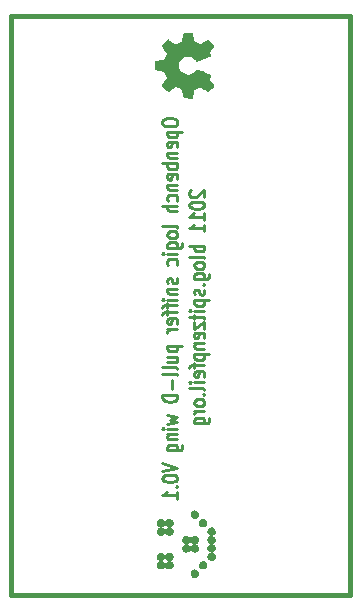
<source format=gbo>
G04 (created by PCBNEW (2013-01-23 BZR 3920)-testing) date Thu 24 Jan 2013 01:11:53 AM CET*
%MOIN*%
G04 Gerber Fmt 3.4, Leading zero omitted, Abs format*
%FSLAX34Y34*%
G01*
G70*
G90*
G04 APERTURE LIST*
%ADD10C,2.3622e-06*%
%ADD11C,0.015*%
%ADD12C,0.01*%
%ADD13C,0.0001*%
%ADD14O,0.08X0.05*%
%ADD15R,0.06X0.06*%
%ADD16C,0.06*%
G04 APERTURE END LIST*
G54D10*
G54D11*
X64950Y-33050D02*
X64950Y-13750D01*
X76250Y-33050D02*
X76250Y-13750D01*
X64950Y-33050D02*
X76250Y-33050D01*
X64950Y-13750D02*
X76250Y-13750D01*
G54D12*
X70002Y-17252D02*
X70002Y-17328D01*
X70026Y-17366D01*
X70073Y-17404D01*
X70169Y-17423D01*
X70335Y-17423D01*
X70430Y-17404D01*
X70478Y-17366D01*
X70502Y-17328D01*
X70502Y-17252D01*
X70478Y-17214D01*
X70430Y-17176D01*
X70335Y-17157D01*
X70169Y-17157D01*
X70073Y-17176D01*
X70026Y-17214D01*
X70002Y-17252D01*
X70169Y-17595D02*
X70669Y-17595D01*
X70192Y-17595D02*
X70169Y-17633D01*
X70169Y-17709D01*
X70192Y-17747D01*
X70216Y-17766D01*
X70264Y-17785D01*
X70407Y-17785D01*
X70454Y-17766D01*
X70478Y-17747D01*
X70502Y-17709D01*
X70502Y-17633D01*
X70478Y-17595D01*
X70478Y-18109D02*
X70502Y-18071D01*
X70502Y-17995D01*
X70478Y-17957D01*
X70430Y-17938D01*
X70240Y-17938D01*
X70192Y-17957D01*
X70169Y-17995D01*
X70169Y-18071D01*
X70192Y-18109D01*
X70240Y-18128D01*
X70288Y-18128D01*
X70335Y-17938D01*
X70169Y-18300D02*
X70502Y-18300D01*
X70216Y-18300D02*
X70192Y-18319D01*
X70169Y-18357D01*
X70169Y-18414D01*
X70192Y-18452D01*
X70240Y-18471D01*
X70502Y-18471D01*
X70502Y-18661D02*
X70002Y-18661D01*
X70192Y-18661D02*
X70169Y-18700D01*
X70169Y-18776D01*
X70192Y-18814D01*
X70216Y-18833D01*
X70264Y-18852D01*
X70407Y-18852D01*
X70454Y-18833D01*
X70478Y-18814D01*
X70502Y-18776D01*
X70502Y-18700D01*
X70478Y-18661D01*
X70478Y-19176D02*
X70502Y-19138D01*
X70502Y-19061D01*
X70478Y-19023D01*
X70430Y-19004D01*
X70240Y-19004D01*
X70192Y-19023D01*
X70169Y-19061D01*
X70169Y-19138D01*
X70192Y-19176D01*
X70240Y-19195D01*
X70288Y-19195D01*
X70335Y-19004D01*
X70169Y-19366D02*
X70502Y-19366D01*
X70216Y-19366D02*
X70192Y-19385D01*
X70169Y-19423D01*
X70169Y-19480D01*
X70192Y-19519D01*
X70240Y-19538D01*
X70502Y-19538D01*
X70478Y-19900D02*
X70502Y-19861D01*
X70502Y-19785D01*
X70478Y-19747D01*
X70454Y-19728D01*
X70407Y-19709D01*
X70264Y-19709D01*
X70216Y-19728D01*
X70192Y-19747D01*
X70169Y-19785D01*
X70169Y-19861D01*
X70192Y-19900D01*
X70502Y-20071D02*
X70002Y-20071D01*
X70502Y-20242D02*
X70240Y-20242D01*
X70192Y-20223D01*
X70169Y-20185D01*
X70169Y-20128D01*
X70192Y-20090D01*
X70216Y-20071D01*
X70502Y-20795D02*
X70478Y-20757D01*
X70430Y-20738D01*
X70002Y-20738D01*
X70502Y-21004D02*
X70478Y-20966D01*
X70454Y-20947D01*
X70407Y-20928D01*
X70264Y-20928D01*
X70216Y-20947D01*
X70192Y-20966D01*
X70169Y-21004D01*
X70169Y-21061D01*
X70192Y-21100D01*
X70216Y-21119D01*
X70264Y-21138D01*
X70407Y-21138D01*
X70454Y-21119D01*
X70478Y-21100D01*
X70502Y-21061D01*
X70502Y-21004D01*
X70169Y-21480D02*
X70573Y-21480D01*
X70621Y-21461D01*
X70645Y-21442D01*
X70669Y-21404D01*
X70669Y-21347D01*
X70645Y-21309D01*
X70478Y-21480D02*
X70502Y-21442D01*
X70502Y-21366D01*
X70478Y-21328D01*
X70454Y-21309D01*
X70407Y-21290D01*
X70264Y-21290D01*
X70216Y-21309D01*
X70192Y-21328D01*
X70169Y-21366D01*
X70169Y-21442D01*
X70192Y-21480D01*
X70502Y-21671D02*
X70169Y-21671D01*
X70002Y-21671D02*
X70026Y-21652D01*
X70050Y-21671D01*
X70026Y-21690D01*
X70002Y-21671D01*
X70050Y-21671D01*
X70478Y-22033D02*
X70502Y-21995D01*
X70502Y-21919D01*
X70478Y-21880D01*
X70454Y-21861D01*
X70407Y-21842D01*
X70264Y-21842D01*
X70216Y-21861D01*
X70192Y-21880D01*
X70169Y-21919D01*
X70169Y-21995D01*
X70192Y-22033D01*
X70478Y-22490D02*
X70502Y-22528D01*
X70502Y-22604D01*
X70478Y-22642D01*
X70430Y-22661D01*
X70407Y-22661D01*
X70359Y-22642D01*
X70335Y-22604D01*
X70335Y-22547D01*
X70311Y-22509D01*
X70264Y-22490D01*
X70240Y-22490D01*
X70192Y-22509D01*
X70169Y-22547D01*
X70169Y-22604D01*
X70192Y-22642D01*
X70169Y-22833D02*
X70502Y-22833D01*
X70216Y-22833D02*
X70192Y-22852D01*
X70169Y-22890D01*
X70169Y-22947D01*
X70192Y-22985D01*
X70240Y-23004D01*
X70502Y-23004D01*
X70502Y-23195D02*
X70169Y-23195D01*
X70002Y-23195D02*
X70026Y-23176D01*
X70050Y-23195D01*
X70026Y-23214D01*
X70002Y-23195D01*
X70050Y-23195D01*
X70169Y-23328D02*
X70169Y-23480D01*
X70502Y-23385D02*
X70073Y-23385D01*
X70026Y-23404D01*
X70002Y-23442D01*
X70002Y-23480D01*
X70169Y-23557D02*
X70169Y-23709D01*
X70502Y-23614D02*
X70073Y-23614D01*
X70026Y-23633D01*
X70002Y-23671D01*
X70002Y-23709D01*
X70478Y-23995D02*
X70502Y-23957D01*
X70502Y-23880D01*
X70478Y-23842D01*
X70430Y-23823D01*
X70240Y-23823D01*
X70192Y-23842D01*
X70169Y-23880D01*
X70169Y-23957D01*
X70192Y-23995D01*
X70240Y-24014D01*
X70288Y-24014D01*
X70335Y-23823D01*
X70502Y-24185D02*
X70169Y-24185D01*
X70264Y-24185D02*
X70216Y-24204D01*
X70192Y-24223D01*
X70169Y-24261D01*
X70169Y-24299D01*
X70169Y-24738D02*
X70669Y-24738D01*
X70192Y-24738D02*
X70169Y-24776D01*
X70169Y-24852D01*
X70192Y-24890D01*
X70216Y-24909D01*
X70264Y-24928D01*
X70407Y-24928D01*
X70454Y-24909D01*
X70478Y-24890D01*
X70502Y-24852D01*
X70502Y-24776D01*
X70478Y-24738D01*
X70169Y-25271D02*
X70502Y-25271D01*
X70169Y-25099D02*
X70430Y-25099D01*
X70478Y-25119D01*
X70502Y-25157D01*
X70502Y-25214D01*
X70478Y-25252D01*
X70454Y-25271D01*
X70502Y-25519D02*
X70478Y-25480D01*
X70430Y-25461D01*
X70002Y-25461D01*
X70502Y-25728D02*
X70478Y-25690D01*
X70430Y-25671D01*
X70002Y-25671D01*
X70311Y-25880D02*
X70311Y-26185D01*
X70502Y-26376D02*
X70002Y-26376D01*
X70002Y-26471D01*
X70026Y-26528D01*
X70073Y-26566D01*
X70121Y-26585D01*
X70216Y-26604D01*
X70288Y-26604D01*
X70383Y-26585D01*
X70430Y-26566D01*
X70478Y-26528D01*
X70502Y-26471D01*
X70502Y-26376D01*
X70169Y-27042D02*
X70502Y-27119D01*
X70264Y-27195D01*
X70502Y-27271D01*
X70169Y-27347D01*
X70502Y-27499D02*
X70169Y-27499D01*
X70002Y-27499D02*
X70026Y-27480D01*
X70050Y-27499D01*
X70026Y-27519D01*
X70002Y-27499D01*
X70050Y-27499D01*
X70169Y-27690D02*
X70502Y-27690D01*
X70216Y-27690D02*
X70192Y-27709D01*
X70169Y-27747D01*
X70169Y-27804D01*
X70192Y-27842D01*
X70240Y-27861D01*
X70502Y-27861D01*
X70169Y-28223D02*
X70573Y-28223D01*
X70621Y-28204D01*
X70645Y-28185D01*
X70669Y-28147D01*
X70669Y-28090D01*
X70645Y-28052D01*
X70478Y-28223D02*
X70502Y-28185D01*
X70502Y-28109D01*
X70478Y-28071D01*
X70454Y-28052D01*
X70407Y-28033D01*
X70264Y-28033D01*
X70216Y-28052D01*
X70192Y-28071D01*
X70169Y-28109D01*
X70169Y-28185D01*
X70192Y-28223D01*
X70002Y-28661D02*
X70502Y-28795D01*
X70002Y-28928D01*
X70002Y-29138D02*
X70002Y-29176D01*
X70026Y-29214D01*
X70050Y-29233D01*
X70097Y-29252D01*
X70192Y-29271D01*
X70311Y-29271D01*
X70407Y-29252D01*
X70454Y-29233D01*
X70478Y-29214D01*
X70502Y-29176D01*
X70502Y-29138D01*
X70478Y-29099D01*
X70454Y-29080D01*
X70407Y-29061D01*
X70311Y-29042D01*
X70192Y-29042D01*
X70097Y-29061D01*
X70050Y-29080D01*
X70026Y-29099D01*
X70002Y-29138D01*
X70454Y-29442D02*
X70478Y-29461D01*
X70502Y-29442D01*
X70478Y-29423D01*
X70454Y-29442D01*
X70502Y-29442D01*
X70502Y-29842D02*
X70502Y-29614D01*
X70502Y-29728D02*
X70002Y-29728D01*
X70073Y-29690D01*
X70121Y-29652D01*
X70145Y-29614D01*
X70950Y-19554D02*
X70926Y-19573D01*
X70902Y-19611D01*
X70902Y-19707D01*
X70926Y-19745D01*
X70950Y-19764D01*
X70997Y-19783D01*
X71045Y-19783D01*
X71116Y-19764D01*
X71402Y-19535D01*
X71402Y-19783D01*
X70902Y-20030D02*
X70902Y-20069D01*
X70926Y-20107D01*
X70950Y-20126D01*
X70997Y-20145D01*
X71092Y-20164D01*
X71211Y-20164D01*
X71307Y-20145D01*
X71354Y-20126D01*
X71378Y-20107D01*
X71402Y-20069D01*
X71402Y-20030D01*
X71378Y-19992D01*
X71354Y-19973D01*
X71307Y-19954D01*
X71211Y-19935D01*
X71092Y-19935D01*
X70997Y-19954D01*
X70950Y-19973D01*
X70926Y-19992D01*
X70902Y-20030D01*
X71402Y-20545D02*
X71402Y-20316D01*
X71402Y-20430D02*
X70902Y-20430D01*
X70973Y-20392D01*
X71021Y-20354D01*
X71045Y-20316D01*
X71402Y-20926D02*
X71402Y-20697D01*
X71402Y-20811D02*
X70902Y-20811D01*
X70973Y-20773D01*
X71021Y-20735D01*
X71045Y-20697D01*
X71402Y-21402D02*
X70902Y-21402D01*
X71092Y-21402D02*
X71069Y-21440D01*
X71069Y-21516D01*
X71092Y-21554D01*
X71116Y-21573D01*
X71164Y-21592D01*
X71307Y-21592D01*
X71354Y-21573D01*
X71378Y-21554D01*
X71402Y-21516D01*
X71402Y-21440D01*
X71378Y-21402D01*
X71402Y-21821D02*
X71378Y-21783D01*
X71330Y-21764D01*
X70902Y-21764D01*
X71402Y-22030D02*
X71378Y-21992D01*
X71354Y-21973D01*
X71307Y-21954D01*
X71164Y-21954D01*
X71116Y-21973D01*
X71092Y-21992D01*
X71069Y-22030D01*
X71069Y-22088D01*
X71092Y-22126D01*
X71116Y-22145D01*
X71164Y-22164D01*
X71307Y-22164D01*
X71354Y-22145D01*
X71378Y-22126D01*
X71402Y-22088D01*
X71402Y-22030D01*
X71069Y-22507D02*
X71473Y-22507D01*
X71521Y-22488D01*
X71545Y-22469D01*
X71569Y-22430D01*
X71569Y-22373D01*
X71545Y-22335D01*
X71378Y-22507D02*
X71402Y-22469D01*
X71402Y-22392D01*
X71378Y-22354D01*
X71354Y-22335D01*
X71307Y-22316D01*
X71164Y-22316D01*
X71116Y-22335D01*
X71092Y-22354D01*
X71069Y-22392D01*
X71069Y-22469D01*
X71092Y-22507D01*
X71354Y-22697D02*
X71378Y-22716D01*
X71402Y-22697D01*
X71378Y-22678D01*
X71354Y-22697D01*
X71402Y-22697D01*
X71378Y-22869D02*
X71402Y-22907D01*
X71402Y-22983D01*
X71378Y-23021D01*
X71330Y-23040D01*
X71307Y-23040D01*
X71259Y-23021D01*
X71235Y-22983D01*
X71235Y-22926D01*
X71211Y-22888D01*
X71164Y-22869D01*
X71140Y-22869D01*
X71092Y-22888D01*
X71069Y-22926D01*
X71069Y-22983D01*
X71092Y-23021D01*
X71069Y-23211D02*
X71569Y-23211D01*
X71092Y-23211D02*
X71069Y-23250D01*
X71069Y-23326D01*
X71092Y-23364D01*
X71116Y-23383D01*
X71164Y-23402D01*
X71307Y-23402D01*
X71354Y-23383D01*
X71378Y-23364D01*
X71402Y-23326D01*
X71402Y-23250D01*
X71378Y-23211D01*
X71402Y-23573D02*
X71069Y-23573D01*
X70902Y-23573D02*
X70926Y-23554D01*
X70950Y-23573D01*
X70926Y-23592D01*
X70902Y-23573D01*
X70950Y-23573D01*
X71069Y-23707D02*
X71069Y-23859D01*
X70902Y-23764D02*
X71330Y-23764D01*
X71378Y-23783D01*
X71402Y-23821D01*
X71402Y-23859D01*
X71069Y-23954D02*
X71069Y-24164D01*
X71402Y-23954D01*
X71402Y-24164D01*
X71378Y-24469D02*
X71402Y-24430D01*
X71402Y-24354D01*
X71378Y-24316D01*
X71330Y-24297D01*
X71140Y-24297D01*
X71092Y-24316D01*
X71069Y-24354D01*
X71069Y-24430D01*
X71092Y-24469D01*
X71140Y-24488D01*
X71188Y-24488D01*
X71235Y-24297D01*
X71069Y-24659D02*
X71402Y-24659D01*
X71116Y-24659D02*
X71092Y-24678D01*
X71069Y-24716D01*
X71069Y-24773D01*
X71092Y-24811D01*
X71140Y-24830D01*
X71402Y-24830D01*
X71069Y-25021D02*
X71569Y-25021D01*
X71092Y-25021D02*
X71069Y-25059D01*
X71069Y-25135D01*
X71092Y-25173D01*
X71116Y-25192D01*
X71164Y-25211D01*
X71307Y-25211D01*
X71354Y-25192D01*
X71378Y-25173D01*
X71402Y-25135D01*
X71402Y-25059D01*
X71378Y-25021D01*
X71069Y-25326D02*
X71069Y-25478D01*
X71402Y-25383D02*
X70973Y-25383D01*
X70926Y-25402D01*
X70902Y-25440D01*
X70902Y-25478D01*
X71378Y-25764D02*
X71402Y-25726D01*
X71402Y-25650D01*
X71378Y-25611D01*
X71330Y-25592D01*
X71140Y-25592D01*
X71092Y-25611D01*
X71069Y-25650D01*
X71069Y-25726D01*
X71092Y-25764D01*
X71140Y-25783D01*
X71188Y-25783D01*
X71235Y-25592D01*
X71402Y-25954D02*
X71069Y-25954D01*
X70902Y-25954D02*
X70926Y-25935D01*
X70950Y-25954D01*
X70926Y-25973D01*
X70902Y-25954D01*
X70950Y-25954D01*
X71402Y-26202D02*
X71378Y-26164D01*
X71330Y-26145D01*
X70902Y-26145D01*
X71354Y-26354D02*
X71378Y-26373D01*
X71402Y-26354D01*
X71378Y-26335D01*
X71354Y-26354D01*
X71402Y-26354D01*
X71402Y-26602D02*
X71378Y-26564D01*
X71354Y-26545D01*
X71307Y-26526D01*
X71164Y-26526D01*
X71116Y-26545D01*
X71092Y-26564D01*
X71069Y-26602D01*
X71069Y-26659D01*
X71092Y-26697D01*
X71116Y-26716D01*
X71164Y-26735D01*
X71307Y-26735D01*
X71354Y-26716D01*
X71378Y-26697D01*
X71402Y-26659D01*
X71402Y-26602D01*
X71402Y-26907D02*
X71069Y-26907D01*
X71164Y-26907D02*
X71116Y-26926D01*
X71092Y-26945D01*
X71069Y-26983D01*
X71069Y-27021D01*
X71069Y-27326D02*
X71473Y-27326D01*
X71521Y-27307D01*
X71545Y-27288D01*
X71569Y-27250D01*
X71569Y-27192D01*
X71545Y-27154D01*
X71378Y-27326D02*
X71402Y-27288D01*
X71402Y-27211D01*
X71378Y-27173D01*
X71354Y-27154D01*
X71307Y-27135D01*
X71164Y-27135D01*
X71116Y-27154D01*
X71092Y-27173D01*
X71069Y-27211D01*
X71069Y-27288D01*
X71092Y-27326D01*
G54D13*
G36*
X71783Y-30926D02*
X71779Y-30898D01*
X71770Y-30871D01*
X71764Y-30860D01*
X71748Y-30836D01*
X71727Y-30817D01*
X71703Y-30803D01*
X71678Y-30793D01*
X71650Y-30789D01*
X71623Y-30790D01*
X71595Y-30797D01*
X71569Y-30809D01*
X71557Y-30817D01*
X71544Y-30829D01*
X71532Y-30842D01*
X71523Y-30854D01*
X71521Y-30858D01*
X71510Y-30882D01*
X71504Y-30907D01*
X71503Y-30935D01*
X71503Y-30944D01*
X71505Y-30960D01*
X71509Y-30974D01*
X71515Y-30988D01*
X71524Y-31004D01*
X71542Y-31027D01*
X71564Y-31046D01*
X71590Y-31060D01*
X71602Y-31064D01*
X71616Y-31067D01*
X71627Y-31069D01*
X71628Y-31069D01*
X71629Y-31070D01*
X71623Y-31071D01*
X71622Y-31071D01*
X71604Y-31075D01*
X71585Y-31082D01*
X71569Y-31090D01*
X71548Y-31106D01*
X71529Y-31127D01*
X71514Y-31152D01*
X71505Y-31180D01*
X71502Y-31209D01*
X71502Y-31217D01*
X71505Y-31239D01*
X71511Y-31260D01*
X71513Y-31265D01*
X71526Y-31288D01*
X71543Y-31309D01*
X71564Y-31327D01*
X71588Y-31340D01*
X71613Y-31347D01*
X71614Y-31348D01*
X71621Y-31349D01*
X71624Y-31350D01*
X71624Y-31350D01*
X71620Y-31351D01*
X71613Y-31353D01*
X71610Y-31353D01*
X71586Y-31361D01*
X71562Y-31375D01*
X71541Y-31393D01*
X71527Y-31410D01*
X71513Y-31434D01*
X71505Y-31461D01*
X71502Y-31491D01*
X71504Y-31512D01*
X71511Y-31540D01*
X71523Y-31565D01*
X71541Y-31588D01*
X71564Y-31606D01*
X71567Y-31608D01*
X71577Y-31615D01*
X71586Y-31619D01*
X71593Y-31621D01*
X71605Y-31625D01*
X71617Y-31628D01*
X71627Y-31630D01*
X71628Y-31630D01*
X71628Y-31630D01*
X71622Y-31631D01*
X71607Y-31635D01*
X71588Y-31642D01*
X71571Y-31650D01*
X71548Y-31667D01*
X71529Y-31688D01*
X71514Y-31713D01*
X71505Y-31741D01*
X71502Y-31770D01*
X71504Y-31796D01*
X71512Y-31824D01*
X71525Y-31849D01*
X71545Y-31871D01*
X71557Y-31882D01*
X71573Y-31893D01*
X71590Y-31901D01*
X71605Y-31906D01*
X71633Y-31911D01*
X71661Y-31910D01*
X71687Y-31904D01*
X71711Y-31893D01*
X71733Y-31878D01*
X71752Y-31859D01*
X71767Y-31836D01*
X71777Y-31810D01*
X71782Y-31782D01*
X71782Y-31779D01*
X71781Y-31750D01*
X71775Y-31724D01*
X71762Y-31698D01*
X71756Y-31689D01*
X71740Y-31670D01*
X71720Y-31654D01*
X71699Y-31642D01*
X71691Y-31639D01*
X71679Y-31635D01*
X71667Y-31632D01*
X71657Y-31631D01*
X71652Y-31631D01*
X71657Y-31630D01*
X71661Y-31629D01*
X71674Y-31627D01*
X71688Y-31623D01*
X71700Y-31618D01*
X71713Y-31612D01*
X71736Y-31594D01*
X71755Y-31573D01*
X71770Y-31548D01*
X71780Y-31520D01*
X71781Y-31515D01*
X71782Y-31496D01*
X71782Y-31476D01*
X71779Y-31457D01*
X71773Y-31439D01*
X71759Y-31412D01*
X71740Y-31389D01*
X71739Y-31388D01*
X71718Y-31372D01*
X71695Y-31360D01*
X71671Y-31352D01*
X71670Y-31352D01*
X71663Y-31351D01*
X71661Y-31350D01*
X71663Y-31349D01*
X71669Y-31348D01*
X71671Y-31348D01*
X71685Y-31344D01*
X71701Y-31338D01*
X71716Y-31330D01*
X71733Y-31317D01*
X71753Y-31296D01*
X71769Y-31271D01*
X71779Y-31243D01*
X71780Y-31238D01*
X71782Y-31219D01*
X71782Y-31199D01*
X71780Y-31181D01*
X71775Y-31165D01*
X71763Y-31139D01*
X71746Y-31116D01*
X71725Y-31096D01*
X71700Y-31082D01*
X71692Y-31079D01*
X71679Y-31075D01*
X71667Y-31072D01*
X71657Y-31070D01*
X71656Y-31070D01*
X71656Y-31070D01*
X71661Y-31069D01*
X71662Y-31069D01*
X71680Y-31064D01*
X71699Y-31057D01*
X71715Y-31049D01*
X71721Y-31045D01*
X71742Y-31027D01*
X71760Y-31005D01*
X71773Y-30981D01*
X71780Y-30954D01*
X71783Y-30926D01*
X71783Y-30926D01*
G37*
G36*
X71502Y-32061D02*
X71501Y-32044D01*
X71500Y-32027D01*
X71495Y-32009D01*
X71483Y-31982D01*
X71467Y-31959D01*
X71446Y-31939D01*
X71421Y-31925D01*
X71395Y-31915D01*
X71366Y-31911D01*
X71338Y-31913D01*
X71311Y-31921D01*
X71286Y-31933D01*
X71263Y-31951D01*
X71245Y-31974D01*
X71240Y-31981D01*
X71228Y-32008D01*
X71221Y-32036D01*
X71221Y-32065D01*
X71227Y-32094D01*
X71237Y-32117D01*
X71253Y-32141D01*
X71274Y-32162D01*
X71299Y-32178D01*
X71327Y-32188D01*
X71341Y-32191D01*
X71359Y-32192D01*
X71377Y-32191D01*
X71392Y-32189D01*
X71398Y-32188D01*
X71426Y-32177D01*
X71451Y-32160D01*
X71471Y-32139D01*
X71488Y-32113D01*
X71493Y-32101D01*
X71498Y-32085D01*
X71501Y-32070D01*
X71502Y-32061D01*
X71502Y-32061D01*
G37*
G36*
X71502Y-30645D02*
X71498Y-30616D01*
X71488Y-30588D01*
X71472Y-30562D01*
X71468Y-30557D01*
X71448Y-30537D01*
X71423Y-30522D01*
X71396Y-30512D01*
X71381Y-30509D01*
X71363Y-30508D01*
X71345Y-30509D01*
X71330Y-30511D01*
X71324Y-30513D01*
X71296Y-30524D01*
X71272Y-30540D01*
X71252Y-30560D01*
X71236Y-30584D01*
X71226Y-30611D01*
X71221Y-30641D01*
X71221Y-30651D01*
X71224Y-30680D01*
X71233Y-30706D01*
X71247Y-30730D01*
X71265Y-30750D01*
X71287Y-30767D01*
X71311Y-30779D01*
X71338Y-30787D01*
X71368Y-30788D01*
X71385Y-30787D01*
X71400Y-30783D01*
X71417Y-30777D01*
X71438Y-30766D01*
X71460Y-30748D01*
X71478Y-30726D01*
X71492Y-30701D01*
X71500Y-30674D01*
X71502Y-30645D01*
X71502Y-30645D01*
G37*
G36*
X71220Y-32340D02*
X71220Y-32321D01*
X71218Y-32303D01*
X71212Y-32283D01*
X71199Y-32257D01*
X71180Y-32234D01*
X71162Y-32219D01*
X71138Y-32204D01*
X71111Y-32195D01*
X71099Y-32193D01*
X71083Y-32192D01*
X71066Y-32193D01*
X71051Y-32195D01*
X71043Y-32197D01*
X71015Y-32208D01*
X70991Y-32224D01*
X70970Y-32245D01*
X70955Y-32271D01*
X70950Y-32280D01*
X70944Y-32298D01*
X70941Y-32316D01*
X70941Y-32338D01*
X70942Y-32351D01*
X70944Y-32366D01*
X70948Y-32380D01*
X70955Y-32395D01*
X70959Y-32404D01*
X70977Y-32428D01*
X70999Y-32447D01*
X71024Y-32462D01*
X71053Y-32471D01*
X71059Y-32472D01*
X71076Y-32473D01*
X71093Y-32472D01*
X71108Y-32471D01*
X71118Y-32468D01*
X71146Y-32457D01*
X71170Y-32441D01*
X71190Y-32421D01*
X71206Y-32396D01*
X71217Y-32367D01*
X71218Y-32359D01*
X71220Y-32340D01*
X71220Y-32340D01*
G37*
G36*
X71221Y-31214D02*
X71219Y-31185D01*
X71211Y-31159D01*
X71204Y-31143D01*
X71187Y-31119D01*
X71166Y-31099D01*
X71142Y-31084D01*
X71114Y-31074D01*
X71109Y-31073D01*
X71086Y-31069D01*
X71064Y-31070D01*
X71040Y-31076D01*
X71012Y-31087D01*
X70989Y-31104D01*
X70969Y-31125D01*
X70954Y-31150D01*
X70944Y-31178D01*
X70939Y-31196D01*
X70938Y-31187D01*
X70938Y-31184D01*
X70932Y-31164D01*
X70923Y-31143D01*
X70910Y-31124D01*
X70908Y-31121D01*
X70887Y-31100D01*
X70864Y-31085D01*
X70838Y-31075D01*
X70810Y-31070D01*
X70783Y-31071D01*
X70755Y-31077D01*
X70729Y-31089D01*
X70728Y-31090D01*
X70705Y-31107D01*
X70686Y-31128D01*
X70673Y-31152D01*
X70664Y-31178D01*
X70660Y-31205D01*
X70662Y-31232D01*
X70669Y-31258D01*
X70681Y-31284D01*
X70698Y-31307D01*
X70712Y-31319D01*
X70732Y-31333D01*
X70754Y-31343D01*
X70775Y-31348D01*
X70780Y-31349D01*
X70783Y-31350D01*
X70781Y-31351D01*
X70775Y-31352D01*
X70756Y-31356D01*
X70736Y-31365D01*
X70717Y-31377D01*
X70708Y-31384D01*
X70689Y-31405D01*
X70674Y-31429D01*
X70664Y-31456D01*
X70660Y-31485D01*
X70662Y-31514D01*
X70666Y-31531D01*
X70678Y-31558D01*
X70694Y-31581D01*
X70715Y-31601D01*
X70739Y-31616D01*
X70767Y-31626D01*
X70781Y-31629D01*
X70809Y-31630D01*
X70837Y-31625D01*
X70864Y-31615D01*
X70887Y-31599D01*
X70908Y-31579D01*
X70924Y-31554D01*
X70929Y-31543D01*
X70934Y-31530D01*
X70937Y-31518D01*
X70939Y-31509D01*
X70939Y-31508D01*
X70940Y-31508D01*
X70941Y-31514D01*
X70945Y-31528D01*
X70952Y-31547D01*
X70960Y-31563D01*
X70966Y-31572D01*
X70983Y-31590D01*
X71003Y-31607D01*
X71024Y-31619D01*
X71047Y-31626D01*
X71072Y-31630D01*
X71097Y-31630D01*
X71102Y-31629D01*
X71131Y-31621D01*
X71156Y-31608D01*
X71180Y-31589D01*
X71193Y-31573D01*
X71209Y-31548D01*
X71218Y-31520D01*
X71219Y-31509D01*
X71220Y-31494D01*
X71219Y-31478D01*
X71218Y-31463D01*
X71216Y-31452D01*
X71213Y-31443D01*
X71199Y-31415D01*
X71181Y-31392D01*
X71158Y-31373D01*
X71147Y-31366D01*
X71128Y-31358D01*
X71110Y-31352D01*
X71108Y-31352D01*
X71102Y-31351D01*
X71099Y-31350D01*
X71099Y-31350D01*
X71062Y-31350D01*
X71062Y-31350D01*
X71058Y-31351D01*
X71051Y-31352D01*
X71049Y-31353D01*
X71024Y-31361D01*
X71001Y-31375D01*
X70980Y-31393D01*
X70962Y-31414D01*
X70950Y-31438D01*
X70949Y-31439D01*
X70945Y-31452D01*
X70942Y-31463D01*
X70940Y-31476D01*
X70938Y-31464D01*
X70934Y-31447D01*
X70922Y-31422D01*
X70906Y-31399D01*
X70886Y-31380D01*
X70864Y-31365D01*
X70852Y-31359D01*
X70837Y-31354D01*
X70825Y-31352D01*
X70820Y-31351D01*
X70817Y-31350D01*
X70819Y-31349D01*
X70825Y-31348D01*
X70836Y-31346D01*
X70850Y-31341D01*
X70864Y-31335D01*
X70878Y-31327D01*
X70899Y-31309D01*
X70917Y-31287D01*
X70930Y-31262D01*
X70938Y-31236D01*
X70940Y-31223D01*
X70942Y-31236D01*
X70943Y-31238D01*
X70946Y-31250D01*
X70950Y-31262D01*
X70951Y-31265D01*
X70964Y-31288D01*
X70981Y-31309D01*
X71003Y-31327D01*
X71026Y-31340D01*
X71051Y-31347D01*
X71052Y-31348D01*
X71059Y-31349D01*
X71062Y-31350D01*
X71099Y-31350D01*
X71099Y-31350D01*
X71102Y-31349D01*
X71110Y-31348D01*
X71128Y-31343D01*
X71153Y-31331D01*
X71175Y-31314D01*
X71194Y-31293D01*
X71208Y-31268D01*
X71208Y-31268D01*
X71217Y-31242D01*
X71221Y-31214D01*
X71221Y-31214D01*
G37*
G36*
X71220Y-30378D02*
X71220Y-30355D01*
X71217Y-30334D01*
X71213Y-30321D01*
X71200Y-30294D01*
X71183Y-30271D01*
X71162Y-30253D01*
X71137Y-30239D01*
X71110Y-30230D01*
X71080Y-30227D01*
X71069Y-30227D01*
X71040Y-30233D01*
X71013Y-30244D01*
X70988Y-30261D01*
X70982Y-30266D01*
X70966Y-30286D01*
X70952Y-30310D01*
X70944Y-30335D01*
X70944Y-30335D01*
X70941Y-30356D01*
X70941Y-30379D01*
X70944Y-30400D01*
X70946Y-30408D01*
X70957Y-30434D01*
X70973Y-30458D01*
X70992Y-30477D01*
X71015Y-30492D01*
X71041Y-30502D01*
X71068Y-30507D01*
X71096Y-30507D01*
X71125Y-30501D01*
X71146Y-30491D01*
X71170Y-30475D01*
X71191Y-30454D01*
X71206Y-30430D01*
X71216Y-30403D01*
X71217Y-30399D01*
X71220Y-30378D01*
X71220Y-30378D01*
G37*
G36*
X70379Y-31766D02*
X70376Y-31739D01*
X70366Y-31712D01*
X70360Y-31699D01*
X70351Y-31686D01*
X70339Y-31673D01*
X70323Y-31659D01*
X70300Y-31644D01*
X70272Y-31634D01*
X70265Y-31633D01*
X70246Y-31631D01*
X70226Y-31631D01*
X70209Y-31633D01*
X70186Y-31641D01*
X70161Y-31654D01*
X70140Y-31671D01*
X70137Y-31674D01*
X70127Y-31687D01*
X70117Y-31702D01*
X70109Y-31716D01*
X70107Y-31721D01*
X70104Y-31732D01*
X70101Y-31744D01*
X70099Y-31752D01*
X70099Y-31757D01*
X70098Y-31752D01*
X70096Y-31745D01*
X70094Y-31736D01*
X70091Y-31726D01*
X70081Y-31705D01*
X70068Y-31684D01*
X70053Y-31667D01*
X70050Y-31665D01*
X70026Y-31648D01*
X69999Y-31636D01*
X69971Y-31631D01*
X69943Y-31631D01*
X69936Y-31632D01*
X69907Y-31640D01*
X69882Y-31653D01*
X69859Y-31672D01*
X69844Y-31689D01*
X69829Y-31713D01*
X69820Y-31741D01*
X69819Y-31746D01*
X69818Y-31765D01*
X69818Y-31785D01*
X69821Y-31803D01*
X69826Y-31819D01*
X69838Y-31845D01*
X69856Y-31867D01*
X69877Y-31886D01*
X69901Y-31900D01*
X69928Y-31908D01*
X69932Y-31909D01*
X69938Y-31911D01*
X69941Y-31912D01*
X69938Y-31913D01*
X69932Y-31913D01*
X69920Y-31916D01*
X69908Y-31921D01*
X69896Y-31926D01*
X69888Y-31930D01*
X69864Y-31947D01*
X69844Y-31969D01*
X69830Y-31993D01*
X69821Y-32021D01*
X69818Y-32051D01*
X69819Y-32074D01*
X69826Y-32101D01*
X69838Y-32126D01*
X69848Y-32140D01*
X69869Y-32160D01*
X69892Y-32176D01*
X69918Y-32187D01*
X69946Y-32192D01*
X69974Y-32191D01*
X70000Y-32185D01*
X70027Y-32174D01*
X70051Y-32157D01*
X70070Y-32136D01*
X70085Y-32110D01*
X70095Y-32081D01*
X70099Y-32066D01*
X70100Y-32075D01*
X70101Y-32081D01*
X70108Y-32103D01*
X70119Y-32125D01*
X70134Y-32146D01*
X70152Y-32162D01*
X70166Y-32172D01*
X70186Y-32182D01*
X70204Y-32188D01*
X70219Y-32191D01*
X70237Y-32192D01*
X70255Y-32191D01*
X70270Y-32189D01*
X70286Y-32184D01*
X70313Y-32171D01*
X70336Y-32153D01*
X70355Y-32131D01*
X70369Y-32105D01*
X70377Y-32075D01*
X70378Y-32068D01*
X70379Y-32051D01*
X70378Y-32033D01*
X70375Y-32017D01*
X70371Y-32005D01*
X70359Y-31979D01*
X70341Y-31956D01*
X70320Y-31937D01*
X70295Y-31923D01*
X70267Y-31914D01*
X70264Y-31913D01*
X70258Y-31912D01*
X70259Y-31911D01*
X70220Y-31911D01*
X70219Y-31912D01*
X70213Y-31914D01*
X70212Y-31914D01*
X70193Y-31919D01*
X70173Y-31928D01*
X70155Y-31939D01*
X70145Y-31948D01*
X70125Y-31969D01*
X70110Y-31995D01*
X70101Y-32023D01*
X70098Y-32037D01*
X70096Y-32027D01*
X70095Y-32019D01*
X70092Y-32010D01*
X70090Y-32004D01*
X70078Y-31979D01*
X70060Y-31956D01*
X70039Y-31937D01*
X70014Y-31923D01*
X69988Y-31914D01*
X69981Y-31913D01*
X69977Y-31911D01*
X69979Y-31910D01*
X69988Y-31908D01*
X69989Y-31908D01*
X70004Y-31904D01*
X70020Y-31897D01*
X70035Y-31888D01*
X70044Y-31881D01*
X70058Y-31868D01*
X70071Y-31854D01*
X70080Y-31841D01*
X70080Y-31840D01*
X70090Y-31818D01*
X70097Y-31795D01*
X70099Y-31786D01*
X70100Y-31797D01*
X70108Y-31822D01*
X70121Y-31847D01*
X70138Y-31869D01*
X70159Y-31887D01*
X70167Y-31892D01*
X70180Y-31898D01*
X70194Y-31904D01*
X70207Y-31908D01*
X70217Y-31910D01*
X70217Y-31910D01*
X70220Y-31911D01*
X70259Y-31911D01*
X70259Y-31910D01*
X70265Y-31909D01*
X70273Y-31907D01*
X70282Y-31905D01*
X70296Y-31899D01*
X70321Y-31885D01*
X70342Y-31867D01*
X70358Y-31845D01*
X70370Y-31820D01*
X70377Y-31794D01*
X70379Y-31766D01*
X70379Y-31766D01*
G37*
G36*
X70379Y-30922D02*
X70375Y-30894D01*
X70365Y-30868D01*
X70350Y-30844D01*
X70331Y-30824D01*
X70308Y-30807D01*
X70282Y-30795D01*
X70273Y-30793D01*
X70265Y-30791D01*
X70263Y-30791D01*
X70258Y-30789D01*
X70258Y-30789D01*
X70219Y-30789D01*
X70215Y-30790D01*
X70205Y-30793D01*
X70189Y-30798D01*
X70164Y-30810D01*
X70142Y-30827D01*
X70124Y-30849D01*
X70110Y-30874D01*
X70101Y-30901D01*
X70098Y-30914D01*
X70096Y-30905D01*
X70096Y-30904D01*
X70090Y-30881D01*
X70080Y-30859D01*
X70074Y-30850D01*
X70062Y-30836D01*
X70049Y-30823D01*
X70035Y-30812D01*
X70023Y-30805D01*
X70005Y-30797D01*
X69988Y-30792D01*
X69981Y-30790D01*
X69977Y-30789D01*
X69979Y-30788D01*
X69988Y-30786D01*
X70006Y-30780D01*
X70032Y-30768D01*
X70055Y-30749D01*
X70073Y-30728D01*
X70088Y-30702D01*
X70096Y-30673D01*
X70098Y-30663D01*
X70101Y-30677D01*
X70104Y-30690D01*
X70116Y-30717D01*
X70133Y-30741D01*
X70155Y-30761D01*
X70163Y-30767D01*
X70176Y-30774D01*
X70191Y-30780D01*
X70201Y-30784D01*
X70212Y-30786D01*
X70212Y-30786D01*
X70218Y-30788D01*
X70219Y-30789D01*
X70258Y-30789D01*
X70259Y-30788D01*
X70266Y-30786D01*
X70276Y-30784D01*
X70297Y-30776D01*
X70317Y-30765D01*
X70328Y-30757D01*
X70349Y-30736D01*
X70364Y-30711D01*
X70375Y-30683D01*
X70377Y-30670D01*
X70379Y-30651D01*
X70378Y-30631D01*
X70375Y-30614D01*
X70375Y-30612D01*
X70363Y-30584D01*
X70347Y-30559D01*
X70326Y-30538D01*
X70302Y-30523D01*
X70273Y-30512D01*
X70261Y-30509D01*
X70241Y-30508D01*
X70221Y-30509D01*
X70204Y-30512D01*
X70189Y-30517D01*
X70169Y-30527D01*
X70152Y-30538D01*
X70138Y-30551D01*
X70124Y-30568D01*
X70113Y-30586D01*
X70110Y-30593D01*
X70105Y-30606D01*
X70101Y-30619D01*
X70099Y-30629D01*
X70099Y-30630D01*
X70098Y-30627D01*
X70095Y-30619D01*
X70090Y-30602D01*
X70083Y-30584D01*
X70074Y-30569D01*
X70072Y-30566D01*
X70055Y-30547D01*
X70035Y-30531D01*
X70014Y-30519D01*
X70004Y-30515D01*
X69976Y-30509D01*
X69947Y-30508D01*
X69919Y-30513D01*
X69913Y-30515D01*
X69887Y-30527D01*
X69864Y-30544D01*
X69845Y-30566D01*
X69830Y-30591D01*
X69820Y-30618D01*
X69820Y-30622D01*
X69818Y-30642D01*
X69818Y-30662D01*
X69821Y-30681D01*
X69822Y-30685D01*
X69833Y-30713D01*
X69849Y-30738D01*
X69870Y-30758D01*
X69896Y-30774D01*
X69904Y-30778D01*
X69917Y-30783D01*
X69929Y-30786D01*
X69938Y-30787D01*
X69939Y-30787D01*
X69941Y-30788D01*
X69937Y-30790D01*
X69929Y-30792D01*
X69909Y-30797D01*
X69885Y-30809D01*
X69863Y-30826D01*
X69844Y-30847D01*
X69830Y-30871D01*
X69830Y-30872D01*
X69821Y-30898D01*
X69818Y-30926D01*
X69820Y-30954D01*
X69827Y-30981D01*
X69834Y-30996D01*
X69851Y-31020D01*
X69872Y-31040D01*
X69896Y-31056D01*
X69924Y-31065D01*
X69930Y-31067D01*
X69952Y-31070D01*
X69974Y-31069D01*
X70000Y-31063D01*
X70027Y-31051D01*
X70051Y-31035D01*
X70070Y-31013D01*
X70085Y-30988D01*
X70095Y-30959D01*
X70097Y-30953D01*
X70099Y-30948D01*
X70099Y-30948D01*
X70100Y-30957D01*
X70105Y-30973D01*
X70112Y-30990D01*
X70122Y-31006D01*
X70134Y-31022D01*
X70155Y-31042D01*
X70181Y-31057D01*
X70185Y-31059D01*
X70212Y-31067D01*
X70241Y-31070D01*
X70270Y-31066D01*
X70297Y-31057D01*
X70310Y-31051D01*
X70323Y-31042D01*
X70336Y-31030D01*
X70337Y-31029D01*
X70356Y-31006D01*
X70369Y-30981D01*
X70377Y-30953D01*
X70378Y-30950D01*
X70379Y-30922D01*
X70379Y-30922D01*
G37*
G36*
X71734Y-16064D02*
X71728Y-16052D01*
X71712Y-16027D01*
X71688Y-15990D01*
X71659Y-15947D01*
X71629Y-15903D01*
X71605Y-15868D01*
X71589Y-15843D01*
X71584Y-15832D01*
X71586Y-15827D01*
X71596Y-15806D01*
X71611Y-15776D01*
X71620Y-15759D01*
X71632Y-15731D01*
X71634Y-15718D01*
X71631Y-15715D01*
X71610Y-15705D01*
X71574Y-15690D01*
X71526Y-15669D01*
X71471Y-15645D01*
X71411Y-15620D01*
X71350Y-15594D01*
X71291Y-15570D01*
X71239Y-15549D01*
X71196Y-15532D01*
X71167Y-15520D01*
X71154Y-15516D01*
X71151Y-15517D01*
X71138Y-15531D01*
X71120Y-15555D01*
X71078Y-15607D01*
X71014Y-15658D01*
X70941Y-15689D01*
X70861Y-15700D01*
X70786Y-15691D01*
X70714Y-15661D01*
X70650Y-15611D01*
X70602Y-15551D01*
X70571Y-15480D01*
X70562Y-15400D01*
X70570Y-15324D01*
X70599Y-15251D01*
X70648Y-15186D01*
X70680Y-15159D01*
X70745Y-15121D01*
X70815Y-15100D01*
X70833Y-15097D01*
X70910Y-15101D01*
X70983Y-15123D01*
X71049Y-15164D01*
X71103Y-15220D01*
X71109Y-15227D01*
X71128Y-15254D01*
X71142Y-15271D01*
X71153Y-15285D01*
X71389Y-15187D01*
X71426Y-15171D01*
X71491Y-15144D01*
X71546Y-15121D01*
X71590Y-15102D01*
X71620Y-15089D01*
X71632Y-15083D01*
X71632Y-15082D01*
X71634Y-15074D01*
X71627Y-15056D01*
X71611Y-15023D01*
X71600Y-15001D01*
X71588Y-14976D01*
X71584Y-14965D01*
X71589Y-14955D01*
X71604Y-14931D01*
X71628Y-14896D01*
X71657Y-14854D01*
X71684Y-14814D01*
X71708Y-14777D01*
X71725Y-14750D01*
X71732Y-14737D01*
X71732Y-14735D01*
X71726Y-14723D01*
X71708Y-14702D01*
X71678Y-14670D01*
X71633Y-14624D01*
X71626Y-14617D01*
X71588Y-14580D01*
X71556Y-14550D01*
X71534Y-14529D01*
X71523Y-14522D01*
X71523Y-14522D01*
X71510Y-14529D01*
X71484Y-14546D01*
X71446Y-14570D01*
X71402Y-14600D01*
X71289Y-14678D01*
X71182Y-14635D01*
X71149Y-14622D01*
X71109Y-14605D01*
X71081Y-14593D01*
X71068Y-14587D01*
X71064Y-14575D01*
X71057Y-14546D01*
X71048Y-14503D01*
X71039Y-14452D01*
X71030Y-14404D01*
X71022Y-14361D01*
X71016Y-14329D01*
X71013Y-14315D01*
X71011Y-14311D01*
X71004Y-14309D01*
X70989Y-14307D01*
X70963Y-14306D01*
X70921Y-14305D01*
X70861Y-14305D01*
X70854Y-14305D01*
X70796Y-14306D01*
X70751Y-14307D01*
X70721Y-14308D01*
X70709Y-14310D01*
X70709Y-14310D01*
X70706Y-14324D01*
X70699Y-14355D01*
X70691Y-14398D01*
X70681Y-14450D01*
X70680Y-14454D01*
X70670Y-14505D01*
X70661Y-14549D01*
X70654Y-14579D01*
X70650Y-14592D01*
X70646Y-14595D01*
X70626Y-14605D01*
X70594Y-14620D01*
X70555Y-14637D01*
X70514Y-14654D01*
X70478Y-14669D01*
X70450Y-14679D01*
X70438Y-14682D01*
X70438Y-14681D01*
X70425Y-14674D01*
X70398Y-14656D01*
X70361Y-14631D01*
X70317Y-14600D01*
X70314Y-14598D01*
X70270Y-14568D01*
X70233Y-14544D01*
X70206Y-14528D01*
X70194Y-14522D01*
X70194Y-14522D01*
X70181Y-14532D01*
X70156Y-14554D01*
X70122Y-14586D01*
X70084Y-14625D01*
X70072Y-14637D01*
X70030Y-14679D01*
X70003Y-14709D01*
X69988Y-14727D01*
X69985Y-14736D01*
X69985Y-14737D01*
X69993Y-14750D01*
X70011Y-14777D01*
X70037Y-14815D01*
X70067Y-14859D01*
X70069Y-14862D01*
X70099Y-14906D01*
X70124Y-14943D01*
X70141Y-14969D01*
X70148Y-14980D01*
X70148Y-14982D01*
X70142Y-15000D01*
X70131Y-15031D01*
X70117Y-15069D01*
X70100Y-15110D01*
X70085Y-15146D01*
X70072Y-15174D01*
X70065Y-15187D01*
X70064Y-15187D01*
X70049Y-15192D01*
X70016Y-15200D01*
X69971Y-15209D01*
X69917Y-15219D01*
X69908Y-15221D01*
X69856Y-15231D01*
X69813Y-15239D01*
X69783Y-15245D01*
X69771Y-15248D01*
X69769Y-15256D01*
X69767Y-15281D01*
X69766Y-15320D01*
X69766Y-15367D01*
X69766Y-15416D01*
X69767Y-15465D01*
X69769Y-15506D01*
X69771Y-15536D01*
X69773Y-15548D01*
X69774Y-15548D01*
X69790Y-15553D01*
X69823Y-15560D01*
X69868Y-15569D01*
X69922Y-15580D01*
X69932Y-15582D01*
X69984Y-15591D01*
X70026Y-15600D01*
X70056Y-15606D01*
X70067Y-15610D01*
X70070Y-15614D01*
X70079Y-15636D01*
X70094Y-15671D01*
X70111Y-15714D01*
X70152Y-15814D01*
X70067Y-15937D01*
X70060Y-15949D01*
X70030Y-15993D01*
X70005Y-16029D01*
X69989Y-16054D01*
X69983Y-16065D01*
X69984Y-16066D01*
X69994Y-16078D01*
X70017Y-16102D01*
X70050Y-16136D01*
X70088Y-16174D01*
X70117Y-16203D01*
X70151Y-16237D01*
X70174Y-16258D01*
X70189Y-16270D01*
X70198Y-16274D01*
X70204Y-16273D01*
X70217Y-16265D01*
X70244Y-16247D01*
X70281Y-16222D01*
X70325Y-16192D01*
X70361Y-16167D01*
X70402Y-16141D01*
X70432Y-16123D01*
X70446Y-16117D01*
X70452Y-16119D01*
X70476Y-16127D01*
X70513Y-16142D01*
X70556Y-16160D01*
X70653Y-16203D01*
X70666Y-16267D01*
X70673Y-16306D01*
X70683Y-16360D01*
X70693Y-16411D01*
X70709Y-16492D01*
X71005Y-16495D01*
X71011Y-16483D01*
X71014Y-16471D01*
X71021Y-16441D01*
X71029Y-16398D01*
X71039Y-16348D01*
X71047Y-16305D01*
X71055Y-16261D01*
X71061Y-16230D01*
X71064Y-16216D01*
X71068Y-16213D01*
X71089Y-16202D01*
X71123Y-16187D01*
X71163Y-16170D01*
X71204Y-16152D01*
X71243Y-16137D01*
X71272Y-16126D01*
X71287Y-16122D01*
X71298Y-16128D01*
X71324Y-16145D01*
X71360Y-16169D01*
X71403Y-16198D01*
X71446Y-16227D01*
X71483Y-16252D01*
X71509Y-16269D01*
X71521Y-16277D01*
X71530Y-16273D01*
X71550Y-16256D01*
X71584Y-16223D01*
X71632Y-16175D01*
X71639Y-16167D01*
X71676Y-16129D01*
X71706Y-16096D01*
X71726Y-16074D01*
X71734Y-16064D01*
X71734Y-16064D01*
G37*
%LPC*%
G54D14*
X72300Y-31900D03*
X72300Y-30900D03*
X72300Y-29900D03*
X72300Y-28900D03*
X72300Y-27900D03*
X72300Y-26900D03*
X72300Y-25900D03*
X72300Y-24900D03*
X69300Y-24900D03*
X69300Y-25900D03*
X69300Y-26900D03*
X69300Y-27900D03*
X69300Y-28900D03*
X69300Y-29900D03*
X69300Y-30900D03*
X69300Y-31900D03*
X72300Y-21900D03*
X72300Y-20900D03*
X72300Y-19900D03*
X72300Y-18900D03*
X72300Y-17900D03*
X72300Y-16900D03*
X72300Y-15900D03*
X72300Y-14900D03*
X69300Y-14900D03*
X69300Y-15900D03*
X69300Y-16900D03*
X69300Y-17900D03*
X69300Y-18900D03*
X69300Y-19900D03*
X69300Y-20900D03*
X69300Y-21900D03*
G54D15*
X67600Y-31900D03*
G54D16*
X67600Y-30900D03*
X67600Y-29900D03*
X67600Y-28900D03*
X67600Y-27900D03*
X67600Y-26900D03*
X67600Y-25900D03*
X67600Y-24900D03*
X67600Y-23900D03*
G54D15*
X66100Y-14900D03*
G54D16*
X66100Y-15900D03*
X66100Y-16900D03*
X66100Y-17900D03*
X66100Y-18900D03*
X66100Y-19900D03*
X66100Y-20900D03*
X66100Y-21900D03*
X66100Y-22900D03*
G54D15*
X66100Y-31900D03*
G54D16*
X66100Y-30900D03*
X66100Y-29900D03*
X66100Y-28900D03*
X66100Y-27900D03*
X66100Y-26900D03*
X66100Y-25900D03*
X66100Y-24900D03*
X66100Y-23900D03*
G54D15*
X75100Y-31900D03*
G54D16*
X75100Y-30900D03*
X75100Y-29900D03*
X75100Y-28900D03*
X75100Y-27900D03*
X75100Y-26900D03*
X75100Y-25900D03*
X75100Y-24900D03*
X75100Y-23900D03*
G54D15*
X75100Y-14900D03*
G54D16*
X75100Y-15900D03*
X75100Y-16900D03*
X75100Y-17900D03*
X75100Y-18900D03*
X75100Y-19900D03*
X75100Y-20900D03*
X75100Y-21900D03*
X75100Y-22900D03*
G54D15*
X67600Y-22900D03*
G54D16*
X67600Y-21900D03*
X67600Y-20900D03*
X67600Y-19900D03*
X67600Y-18900D03*
X67600Y-17900D03*
X67600Y-16900D03*
X67600Y-15900D03*
X67600Y-14900D03*
M02*

</source>
